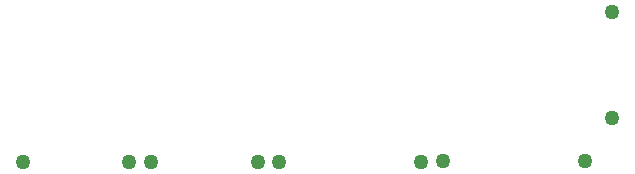
<source format=gbr>
%TF.GenerationSoftware,KiCad,Pcbnew,9.0.1*%
%TF.CreationDate,2025-04-20T12:39:59+07:00*%
%TF.ProjectId,IREC-FlighComputer,49524543-2d46-46c6-9967-68436f6d7075,rev?*%
%TF.SameCoordinates,Original*%
%TF.FileFunction,NonPlated,1,4,NPTH,Drill*%
%TF.FilePolarity,Positive*%
%FSLAX46Y46*%
G04 Gerber Fmt 4.6, Leading zero omitted, Abs format (unit mm)*
G04 Created by KiCad (PCBNEW 9.0.1) date 2025-04-20 12:39:59*
%MOMM*%
%LPD*%
G01*
G04 APERTURE LIST*
%TA.AperFunction,ComponentDrill*%
%ADD10C,1.270000*%
%TD*%
G04 APERTURE END LIST*
D10*
%TO.C,J8*%
X147500000Y-112040000D03*
X156500000Y-112040000D03*
%TO.C,J7*%
X158400000Y-112000000D03*
X167400000Y-112000000D03*
%TO.C,J2*%
X169200000Y-112000000D03*
X181200000Y-112000000D03*
%TO.C,J10*%
X183100000Y-111940000D03*
X195100000Y-111940000D03*
%TO.C,J1*%
X197427500Y-99278250D03*
X197427500Y-108278250D03*
M02*

</source>
